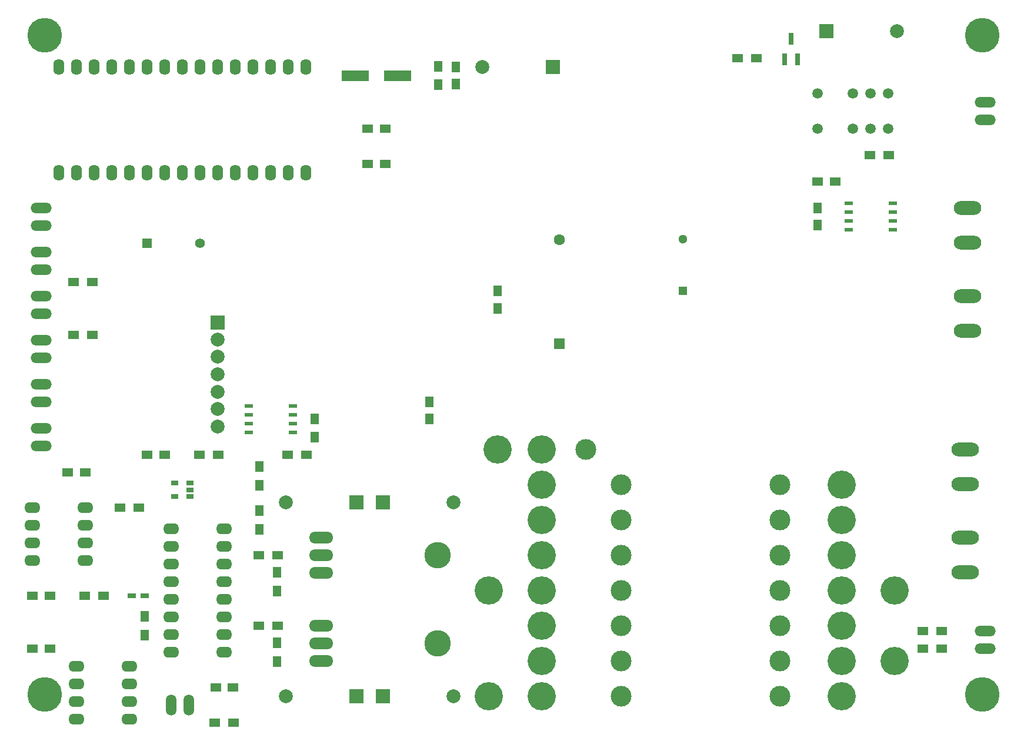
<source format=gts>
G04 #@! TF.FileFunction,Soldermask,Top*
%FSLAX46Y46*%
G04 Gerber Fmt 4.6, Leading zero omitted, Abs format (unit mm)*
G04 Created by KiCad (PCBNEW (after 2015-mar-04 BZR unknown)-product) date 9/14/2015 9:21:43 PM*
%MOMM*%
G01*
G04 APERTURE LIST*
%ADD10C,0.100000*%
%ADD11R,1.422400X1.422400*%
%ADD12C,1.422400*%
%ADD13R,1.250000X1.500000*%
%ADD14R,1.500000X1.250000*%
%ADD15R,1.300000X1.300000*%
%ADD16C,1.300000*%
%ADD17R,1.600000X1.600000*%
%ADD18C,1.600000*%
%ADD19R,1.200000X0.750000*%
%ADD20R,4.000500X1.600200*%
%ADD21C,1.998980*%
%ADD22R,1.998980X1.998980*%
%ADD23O,3.962400X1.981200*%
%ADD24C,4.064000*%
%ADD25R,1.300000X1.500000*%
%ADD26R,1.500000X1.300000*%
%ADD27C,2.999740*%
%ADD28R,1.143000X0.508000*%
%ADD29R,2.000000X2.000000*%
%ADD30C,2.000000*%
%ADD31O,2.300000X1.600000*%
%ADD32O,1.600000X2.300000*%
%ADD33O,3.500120X1.699260*%
%ADD34C,3.799840*%
%ADD35O,3.014980X1.506220*%
%ADD36O,1.506220X3.014980*%
%ADD37C,5.000000*%
%ADD38C,1.500000*%
%ADD39R,0.800100X1.800860*%
%ADD40R,1.060000X0.650000*%
G04 APERTURE END LIST*
D10*
D11*
X64770000Y-77470000D03*
D12*
X72390000Y-77470000D03*
D13*
X161290000Y-74910000D03*
X161290000Y-72410000D03*
D14*
X161310000Y-68580000D03*
X163810000Y-68580000D03*
D15*
X141920000Y-84380000D03*
D16*
X141920000Y-76880000D03*
D13*
X115250000Y-86900000D03*
X115250000Y-84400000D03*
D17*
X124140000Y-92000000D03*
D18*
X124140000Y-77000000D03*
D19*
X62550000Y-128270000D03*
X64450000Y-128270000D03*
D14*
X53360000Y-110490000D03*
X55860000Y-110490000D03*
X48280000Y-128270000D03*
X50780000Y-128270000D03*
X99040000Y-66040000D03*
X96540000Y-66040000D03*
X48280000Y-135890000D03*
X50780000Y-135890000D03*
X74630000Y-141530000D03*
X77130000Y-141530000D03*
D20*
X94739460Y-53340000D03*
X100840540Y-53340000D03*
D14*
X96540000Y-60960000D03*
X99040000Y-60960000D03*
D21*
X84770000Y-114862540D03*
D22*
X94930000Y-114862540D03*
D21*
X84770000Y-142802540D03*
D22*
X94930000Y-142802540D03*
D21*
X108900000Y-142797460D03*
D22*
X98740000Y-142797460D03*
D21*
X108900000Y-114857460D03*
D22*
X98740000Y-114857460D03*
D23*
X182880000Y-85090000D03*
X182880000Y-90090000D03*
X182880000Y-72390000D03*
X182880000Y-77390000D03*
X182560000Y-107240000D03*
X182560000Y-112240000D03*
X182560000Y-119940000D03*
X182560000Y-124940000D03*
D24*
X113980000Y-142800000D03*
X115250000Y-107240000D03*
X113980000Y-127560000D03*
X121600000Y-142800000D03*
X121600000Y-107240000D03*
X121600000Y-132640000D03*
X121600000Y-137720000D03*
X121600000Y-127560000D03*
X121600000Y-122480000D03*
X121600000Y-117400000D03*
X121600000Y-112320000D03*
X164780000Y-142800000D03*
X164780000Y-137720000D03*
X164780000Y-132640000D03*
X164780000Y-127560000D03*
X164780000Y-122480000D03*
X164780000Y-117400000D03*
X164780000Y-112320000D03*
X172400000Y-127560000D03*
X172400000Y-137720000D03*
D25*
X80960000Y-116050000D03*
X80960000Y-118750000D03*
X80960000Y-109700000D03*
X80960000Y-112400000D03*
D26*
X83580000Y-132640000D03*
X80880000Y-132640000D03*
X83580000Y-122480000D03*
X80880000Y-122480000D03*
D25*
X83500000Y-137800000D03*
X83500000Y-135100000D03*
X83500000Y-127640000D03*
X83500000Y-124940000D03*
D26*
X179150000Y-135890000D03*
X176450000Y-135890000D03*
X179150000Y-133350000D03*
X176450000Y-133350000D03*
X60880000Y-115570000D03*
X63580000Y-115570000D03*
X58500000Y-128270000D03*
X55800000Y-128270000D03*
D25*
X64450000Y-133990000D03*
X64450000Y-131290000D03*
D26*
X74530000Y-146610000D03*
X77230000Y-146610000D03*
X54210000Y-83110000D03*
X56910000Y-83110000D03*
X54210000Y-90730000D03*
X56910000Y-90730000D03*
D27*
X133030000Y-142800000D03*
X133030000Y-137720000D03*
X133030000Y-132640000D03*
X133030000Y-127560000D03*
X133030000Y-122480000D03*
X133030000Y-117400000D03*
X133030000Y-112320000D03*
X155890000Y-112320000D03*
X155890000Y-117400000D03*
X155890000Y-122480000D03*
X155890000Y-127560000D03*
X155890000Y-132640000D03*
X155890000Y-137720000D03*
X155890000Y-142800000D03*
X127950000Y-107240000D03*
D28*
X165735000Y-75565000D03*
X165735000Y-74295000D03*
X165735000Y-73025000D03*
X165735000Y-71755000D03*
X172085000Y-71755000D03*
X172085000Y-73025000D03*
X172085000Y-74295000D03*
X172085000Y-75565000D03*
D29*
X74930000Y-88900000D03*
D30*
X74930000Y-91393000D03*
X74930000Y-93893000D03*
X74930000Y-96393000D03*
X74930000Y-98893000D03*
X74930000Y-101393000D03*
X74930000Y-103893000D03*
D31*
X54610000Y-138430000D03*
X54610000Y-140970000D03*
X54610000Y-143510000D03*
X54610000Y-146050000D03*
X62230000Y-146050000D03*
X62230000Y-143510000D03*
X62230000Y-140970000D03*
X62230000Y-138430000D03*
X48260000Y-115570000D03*
X48260000Y-118110000D03*
X48260000Y-120650000D03*
X48260000Y-123190000D03*
X55880000Y-123190000D03*
X55880000Y-120650000D03*
X55880000Y-118110000D03*
X55880000Y-115570000D03*
X68260000Y-118670000D03*
X68260000Y-121210000D03*
X68260000Y-123750000D03*
X68260000Y-126290000D03*
X68260000Y-128830000D03*
X68260000Y-131370000D03*
X68260000Y-133910000D03*
X68260000Y-136450000D03*
X75880000Y-136450000D03*
X75880000Y-133910000D03*
X75880000Y-131370000D03*
X75880000Y-128830000D03*
X75880000Y-126290000D03*
X75880000Y-123750000D03*
X75880000Y-121210000D03*
X75880000Y-118670000D03*
D32*
X52070000Y-67310000D03*
X54610000Y-67310000D03*
X57150000Y-67310000D03*
X59690000Y-67310000D03*
X62230000Y-67310000D03*
X64770000Y-67310000D03*
X67310000Y-67310000D03*
X69850000Y-67310000D03*
X72390000Y-67310000D03*
X74930000Y-67310000D03*
X77470000Y-67310000D03*
X80010000Y-67310000D03*
X82550000Y-67310000D03*
X85090000Y-67310000D03*
X87630000Y-67310000D03*
X87630000Y-52070000D03*
X85090000Y-52070000D03*
X82550000Y-52070000D03*
X80010000Y-52070000D03*
X77470000Y-52070000D03*
X74930000Y-52070000D03*
X72390000Y-52070000D03*
X69850000Y-52070000D03*
X67310000Y-52070000D03*
X64770000Y-52070000D03*
X62230000Y-52070000D03*
X59690000Y-52070000D03*
X57150000Y-52070000D03*
X54610000Y-52070000D03*
X52070000Y-52070000D03*
D33*
X89850000Y-135180000D03*
X89850000Y-132640000D03*
X89850000Y-137720000D03*
D34*
X106614000Y-135180000D03*
D33*
X89850000Y-122480000D03*
X89850000Y-119940000D03*
X89850000Y-125020000D03*
D34*
X106614000Y-122480000D03*
D35*
X185420000Y-133350000D03*
X185420000Y-135890000D03*
X49530000Y-74930000D03*
X49530000Y-72390000D03*
X49530000Y-81280000D03*
X49530000Y-78740000D03*
X49530000Y-87630000D03*
X49530000Y-85090000D03*
X49530000Y-93980000D03*
X49530000Y-91440000D03*
X49530000Y-106680000D03*
X49530000Y-104140000D03*
X49530000Y-100330000D03*
X49530000Y-97790000D03*
D36*
X68260000Y-144070000D03*
X70800000Y-144070000D03*
D37*
X50000000Y-142500000D03*
X50000000Y-47500000D03*
X185000000Y-142500000D03*
X185000000Y-47500000D03*
D14*
X64790000Y-107950000D03*
X67290000Y-107950000D03*
D13*
X105410000Y-100350000D03*
X105410000Y-102850000D03*
D26*
X72310000Y-107950000D03*
X75010000Y-107950000D03*
D13*
X109220000Y-52090000D03*
X109220000Y-54590000D03*
D21*
X172720000Y-46987460D03*
D22*
X162560000Y-46987460D03*
D21*
X113030000Y-52072540D03*
D22*
X123190000Y-52072540D03*
D38*
X161290000Y-55880000D03*
X161290000Y-60960000D03*
X166370000Y-60960000D03*
X168910000Y-60960000D03*
X171450000Y-60960000D03*
X166370000Y-55880000D03*
X168910000Y-55880000D03*
X171450000Y-55880000D03*
D35*
X185420000Y-59690000D03*
X185420000Y-57150000D03*
D39*
X156530000Y-51031140D03*
X158430000Y-51031140D03*
X157480000Y-48028860D03*
D26*
X87710000Y-107950000D03*
X85010000Y-107950000D03*
X152480000Y-50800000D03*
X149780000Y-50800000D03*
D25*
X88900000Y-102790000D03*
X88900000Y-105490000D03*
D26*
X171530000Y-64770000D03*
X168830000Y-64770000D03*
D25*
X106680000Y-54690000D03*
X106680000Y-51990000D03*
D28*
X85725000Y-100965000D03*
X85725000Y-102235000D03*
X85725000Y-103505000D03*
X85725000Y-104775000D03*
X79375000Y-104775000D03*
X79375000Y-103505000D03*
X79375000Y-102235000D03*
X79375000Y-100965000D03*
D40*
X70950000Y-113980000D03*
X70950000Y-113030000D03*
X70950000Y-112080000D03*
X68750000Y-112080000D03*
X68750000Y-113980000D03*
M02*

</source>
